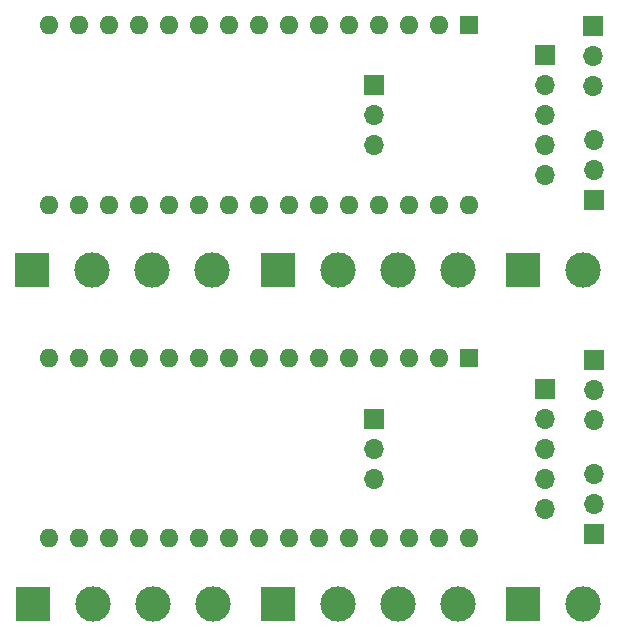
<source format=gbr>
%TF.GenerationSoftware,KiCad,Pcbnew,(6.0.0)*%
%TF.CreationDate,2022-10-01T21:34:56+02:00*%
%TF.ProjectId,012-Amesis-ColdSartE85,3031322d-416d-4657-9369-732d436f6c64,v0.01_Golf 1.6L 16v *%
%TF.SameCoordinates,Original*%
%TF.FileFunction,Soldermask,Top*%
%TF.FilePolarity,Negative*%
%FSLAX46Y46*%
G04 Gerber Fmt 4.6, Leading zero omitted, Abs format (unit mm)*
G04 Created by KiCad (PCBNEW (6.0.0)) date 2022-10-01 21:34:56*
%MOMM*%
%LPD*%
G01*
G04 APERTURE LIST*
%ADD10O,1.700000X1.700000*%
%ADD11R,1.700000X1.700000*%
%ADD12C,3.000000*%
%ADD13R,3.000000X3.000000*%
%ADD14R,1.600000X1.600000*%
%ADD15O,1.600000X1.600000*%
G04 APERTURE END LIST*
D10*
%TO.C,Jumpers_Option1*%
X167640000Y-60568600D03*
X167640000Y-58028600D03*
D11*
X167640000Y-55488600D03*
%TD*%
D12*
%TO.C,J1*%
X166776400Y-76149200D03*
D13*
X161696400Y-76149200D03*
%TD*%
D14*
%TO.C,A1*%
X157073600Y-55331200D03*
D15*
X154533600Y-55331200D03*
X151993600Y-55331200D03*
X149453600Y-55331200D03*
X146913600Y-55331200D03*
X144373600Y-55331200D03*
X141833600Y-55331200D03*
X139293600Y-55331200D03*
X136753600Y-55331200D03*
X134213600Y-55331200D03*
X131673600Y-55331200D03*
X129133600Y-55331200D03*
X126593600Y-55331200D03*
X124053600Y-55331200D03*
X121513600Y-55331200D03*
X121513600Y-70571200D03*
X124053600Y-70571200D03*
X126593600Y-70571200D03*
X129133600Y-70571200D03*
X131673600Y-70571200D03*
X134213600Y-70571200D03*
X136753600Y-70571200D03*
X139293600Y-70571200D03*
X141833600Y-70571200D03*
X144373600Y-70571200D03*
X146913600Y-70571200D03*
X149453600Y-70571200D03*
X151993600Y-70571200D03*
X154533600Y-70571200D03*
X157073600Y-70571200D03*
%TD*%
D12*
%TO.C,G2/G62_OutPut_IAT1*%
X156159200Y-76149200D03*
X151079200Y-76149200D03*
X145999200Y-76149200D03*
D13*
X140919200Y-76149200D03*
%TD*%
D10*
%TO.C,J2*%
X163525200Y-68072000D03*
X163525200Y-65532000D03*
X163525200Y-62992000D03*
X163525200Y-60452000D03*
D11*
X163525200Y-57912000D03*
%TD*%
D12*
%TO.C,G2/G62_InPut_IAT1*%
X135382000Y-76149200D03*
X130302000Y-76149200D03*
X125222000Y-76149200D03*
D13*
X120142000Y-76149200D03*
%TD*%
D10*
%TO.C,J3*%
X149047200Y-65532000D03*
X149047200Y-62992000D03*
D11*
X149047200Y-60452000D03*
%TD*%
D10*
%TO.C,IAT_Interne1*%
X167665000Y-65110600D03*
X167665000Y-67650600D03*
D11*
X167665000Y-70190600D03*
%TD*%
D14*
%TO.C,A1*%
X157068600Y-27081400D03*
D15*
X154528600Y-27081400D03*
X151988600Y-27081400D03*
X149448600Y-27081400D03*
X146908600Y-27081400D03*
X144368600Y-27081400D03*
X141828600Y-27081400D03*
X139288600Y-27081400D03*
X136748600Y-27081400D03*
X134208600Y-27081400D03*
X131668600Y-27081400D03*
X129128600Y-27081400D03*
X126588600Y-27081400D03*
X124048600Y-27081400D03*
X121508600Y-27081400D03*
X121508600Y-42321400D03*
X124048600Y-42321400D03*
X126588600Y-42321400D03*
X129128600Y-42321400D03*
X131668600Y-42321400D03*
X134208600Y-42321400D03*
X136748600Y-42321400D03*
X139288600Y-42321400D03*
X141828600Y-42321400D03*
X144368600Y-42321400D03*
X146908600Y-42321400D03*
X149448600Y-42321400D03*
X151988600Y-42321400D03*
X154528600Y-42321400D03*
X157068600Y-42321400D03*
%TD*%
D13*
%TO.C,J1*%
X161691400Y-47899400D03*
D12*
X166771400Y-47899400D03*
%TD*%
D11*
%TO.C,Jumpers_Option1*%
X167635000Y-27238800D03*
D10*
X167635000Y-29778800D03*
X167635000Y-32318800D03*
%TD*%
D13*
%TO.C,G2/G62_OutPut_IAT1*%
X140914200Y-47899400D03*
D12*
X145994200Y-47899400D03*
X151074200Y-47899400D03*
X156154200Y-47899400D03*
%TD*%
D11*
%TO.C,IAT_Interne1*%
X167660000Y-41940800D03*
D10*
X167660000Y-39400800D03*
X167660000Y-36860800D03*
%TD*%
D13*
%TO.C,G2/G62_InPut_IAT1*%
X120137000Y-47899400D03*
D12*
X125217000Y-47899400D03*
X130297000Y-47899400D03*
X135377000Y-47899400D03*
%TD*%
D11*
%TO.C,J2*%
X163520200Y-29662200D03*
D10*
X163520200Y-32202200D03*
X163520200Y-34742200D03*
X163520200Y-37282200D03*
X163520200Y-39822200D03*
%TD*%
D11*
%TO.C,J3*%
X149042200Y-32202200D03*
D10*
X149042200Y-34742200D03*
X149042200Y-37282200D03*
%TD*%
M02*

</source>
